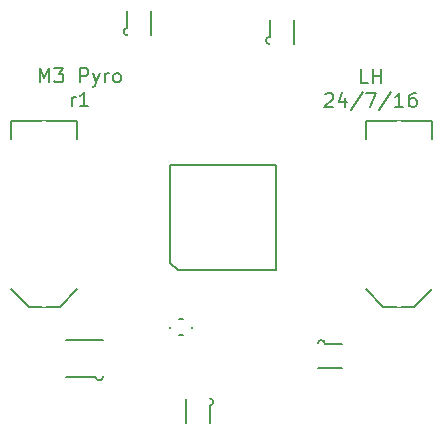
<source format=gto>
G04 #@! TF.FileFunction,Legend,Top*
%FSLAX46Y46*%
G04 Gerber Fmt 4.6, Leading zero omitted, Abs format (unit mm)*
G04 Created by KiCad (PCBNEW 4.1.0-alpha+201605071002+6776~44~ubuntu14.04.1-product) date Sun 24 Jul 2016 22:36:45 BST*
%MOMM*%
%LPD*%
G01*
G04 APERTURE LIST*
%ADD10C,0.100000*%
%ADD11C,0.200000*%
%ADD12C,0.150000*%
%ADD13R,2.920000X0.740000*%
%ADD14R,0.300000X1.500000*%
%ADD15R,1.500000X0.300000*%
%ADD16C,1.200000*%
%ADD17R,0.620000X0.620000*%
%ADD18R,0.325000X0.300000*%
%ADD19R,0.952000X0.615000*%
%ADD20R,0.650000X0.350000*%
%ADD21R,0.802000X0.802000*%
%ADD22R,0.950000X0.850000*%
%ADD23R,0.300000X0.325000*%
%ADD24R,0.615000X0.952000*%
G04 APERTURE END LIST*
D10*
D11*
X112402857Y-88962857D02*
X111831428Y-88962857D01*
X111831428Y-87762857D01*
X112802857Y-88962857D02*
X112802857Y-87762857D01*
X112802857Y-88334285D02*
X113488571Y-88334285D01*
X113488571Y-88962857D02*
X113488571Y-87762857D01*
X108774285Y-89877142D02*
X108831428Y-89820000D01*
X108945714Y-89762857D01*
X109231428Y-89762857D01*
X109345714Y-89820000D01*
X109402857Y-89877142D01*
X109460000Y-89991428D01*
X109460000Y-90105714D01*
X109402857Y-90277142D01*
X108717142Y-90962857D01*
X109460000Y-90962857D01*
X110488571Y-90162857D02*
X110488571Y-90962857D01*
X110202857Y-89705714D02*
X109917142Y-90562857D01*
X110660000Y-90562857D01*
X111974285Y-89705714D02*
X110945714Y-91248571D01*
X112260000Y-89762857D02*
X113060000Y-89762857D01*
X112545714Y-90962857D01*
X114374285Y-89705714D02*
X113345714Y-91248571D01*
X115402857Y-90962857D02*
X114717142Y-90962857D01*
X115060000Y-90962857D02*
X115060000Y-89762857D01*
X114945714Y-89934285D01*
X114831428Y-90048571D01*
X114717142Y-90105714D01*
X116431428Y-89762857D02*
X116202857Y-89762857D01*
X116088571Y-89820000D01*
X116031428Y-89877142D01*
X115917142Y-90048571D01*
X115860000Y-90277142D01*
X115860000Y-90734285D01*
X115917142Y-90848571D01*
X115974285Y-90905714D01*
X116088571Y-90962857D01*
X116317142Y-90962857D01*
X116431428Y-90905714D01*
X116488571Y-90848571D01*
X116545714Y-90734285D01*
X116545714Y-90448571D01*
X116488571Y-90334285D01*
X116431428Y-90277142D01*
X116317142Y-90220000D01*
X116088571Y-90220000D01*
X115974285Y-90277142D01*
X115917142Y-90334285D01*
X115860000Y-90448571D01*
X84600000Y-88872857D02*
X84600000Y-87672857D01*
X85000000Y-88530000D01*
X85400000Y-87672857D01*
X85400000Y-88872857D01*
X85857142Y-87672857D02*
X86600000Y-87672857D01*
X86200000Y-88130000D01*
X86371428Y-88130000D01*
X86485714Y-88187142D01*
X86542857Y-88244285D01*
X86600000Y-88358571D01*
X86600000Y-88644285D01*
X86542857Y-88758571D01*
X86485714Y-88815714D01*
X86371428Y-88872857D01*
X86028571Y-88872857D01*
X85914285Y-88815714D01*
X85857142Y-88758571D01*
X88028571Y-88872857D02*
X88028571Y-87672857D01*
X88485714Y-87672857D01*
X88600000Y-87730000D01*
X88657142Y-87787142D01*
X88714285Y-87901428D01*
X88714285Y-88072857D01*
X88657142Y-88187142D01*
X88600000Y-88244285D01*
X88485714Y-88301428D01*
X88028571Y-88301428D01*
X89114285Y-88072857D02*
X89400000Y-88872857D01*
X89685714Y-88072857D02*
X89400000Y-88872857D01*
X89285714Y-89158571D01*
X89228571Y-89215714D01*
X89114285Y-89272857D01*
X90142857Y-88872857D02*
X90142857Y-88072857D01*
X90142857Y-88301428D02*
X90200000Y-88187142D01*
X90257142Y-88130000D01*
X90371428Y-88072857D01*
X90485714Y-88072857D01*
X91057142Y-88872857D02*
X90942857Y-88815714D01*
X90885714Y-88758571D01*
X90828571Y-88644285D01*
X90828571Y-88301428D01*
X90885714Y-88187142D01*
X90942857Y-88130000D01*
X91057142Y-88072857D01*
X91228571Y-88072857D01*
X91342857Y-88130000D01*
X91400000Y-88187142D01*
X91457142Y-88301428D01*
X91457142Y-88644285D01*
X91400000Y-88758571D01*
X91342857Y-88815714D01*
X91228571Y-88872857D01*
X91057142Y-88872857D01*
X87342857Y-90872857D02*
X87342857Y-90072857D01*
X87342857Y-90301428D02*
X87400000Y-90187142D01*
X87457142Y-90130000D01*
X87571428Y-90072857D01*
X87685714Y-90072857D01*
X88714285Y-90872857D02*
X88028571Y-90872857D01*
X88371428Y-90872857D02*
X88371428Y-89672857D01*
X88257142Y-89844285D01*
X88142857Y-89958571D01*
X88028571Y-90015714D01*
D12*
X87785000Y-93635000D02*
X87785000Y-92135000D01*
X87785000Y-92135000D02*
X82215000Y-92135000D01*
X82215000Y-92135000D02*
X82215000Y-93635000D01*
X82215000Y-106365000D02*
X83715000Y-107865000D01*
X83715000Y-107865000D02*
X86285000Y-107865000D01*
X86285000Y-107865000D02*
X87785000Y-106365000D01*
X95679340Y-104139360D02*
X95679340Y-95839360D01*
X95679340Y-95839360D02*
X104579340Y-95839360D01*
X104579340Y-95839360D02*
X104579340Y-104739360D01*
X104579340Y-104739360D02*
X96279340Y-104739360D01*
X96279340Y-104739360D02*
X95679340Y-104139360D01*
X117785000Y-93635000D02*
X117785000Y-92135000D01*
X117785000Y-92135000D02*
X112215000Y-92135000D01*
X112215000Y-92135000D02*
X112215000Y-93635000D01*
X112215000Y-106365000D02*
X113715000Y-107865000D01*
X113715000Y-107865000D02*
X116285000Y-107865000D01*
X116285000Y-107865000D02*
X117785000Y-106365000D01*
X108756385Y-110994537D02*
X110206385Y-110994537D01*
X108156385Y-113044537D02*
X110206385Y-113044537D01*
X108756385Y-110994537D02*
G75*
G03X108156385Y-110994537I-300000J0D01*
G01*
X89354700Y-113800780D02*
X86854700Y-113800780D01*
X89954700Y-110700780D02*
X86854700Y-110700780D01*
X89354700Y-113800780D02*
G75*
G03X89954700Y-113800780I300000J0D01*
G01*
X95663180Y-109548460D02*
X95663180Y-109648460D01*
X96713180Y-108898460D02*
X96413180Y-108898460D01*
X97463180Y-109548460D02*
X97463180Y-109648460D01*
X96713180Y-110298460D02*
X96413180Y-110298460D01*
X104067500Y-85030720D02*
X104067500Y-83580720D01*
X106117500Y-85630720D02*
X106117500Y-83580720D01*
X104067500Y-85030720D02*
G75*
G03X104067500Y-85630720I0J-300000D01*
G01*
X92002500Y-84280560D02*
X92002500Y-82830560D01*
X94052500Y-84880560D02*
X94052500Y-82830560D01*
X92002500Y-84280560D02*
G75*
G03X92002500Y-84880560I0J-300000D01*
G01*
X99010178Y-116242808D02*
X99010178Y-117692808D01*
X96960178Y-115642808D02*
X96960178Y-117692808D01*
X99010178Y-116242808D02*
G75*
G03X99010178Y-115642808I0J300000D01*
G01*
%LPC*%
D13*
X83285000Y-94285000D03*
X86715000Y-94285000D03*
X83285000Y-95555000D03*
X86715000Y-95555000D03*
X83285000Y-96825000D03*
X86715000Y-96825000D03*
X83285000Y-98095000D03*
X86715000Y-98095000D03*
X83285000Y-99365000D03*
X86715000Y-99365000D03*
X83285000Y-100635000D03*
X86715000Y-100635000D03*
X83285000Y-101905000D03*
X86715000Y-101905000D03*
X83285000Y-103175000D03*
X86715000Y-103175000D03*
X83285000Y-104445000D03*
X86715000Y-104445000D03*
X83285000Y-105715000D03*
X86715000Y-105715000D03*
D14*
X96379340Y-105989360D03*
X96879340Y-105989360D03*
X97379340Y-105989360D03*
X97879340Y-105989360D03*
X98379340Y-105989360D03*
X98879340Y-105989360D03*
X99379340Y-105989360D03*
X99879340Y-105989360D03*
X100379340Y-105989360D03*
X100879340Y-105989360D03*
X101379340Y-105989360D03*
X101879340Y-105989360D03*
X102379340Y-105989360D03*
X102879340Y-105989360D03*
X103379340Y-105989360D03*
X103879340Y-105989360D03*
D15*
X105829340Y-104039360D03*
X105829340Y-103539360D03*
X105829340Y-103039360D03*
X105829340Y-102539360D03*
X105829340Y-102039360D03*
X105829340Y-101539360D03*
X105829340Y-101039360D03*
X105829340Y-100539360D03*
X105829340Y-100039360D03*
X105829340Y-99539360D03*
X105829340Y-99039360D03*
X105829340Y-98539360D03*
X105829340Y-98039360D03*
X105829340Y-97539360D03*
X105829340Y-97039360D03*
X105829340Y-96539360D03*
D14*
X103879340Y-94589360D03*
X103379340Y-94589360D03*
X102879340Y-94589360D03*
X102379340Y-94589360D03*
X101879340Y-94589360D03*
X101379340Y-94589360D03*
X100879340Y-94589360D03*
X100379340Y-94589360D03*
X99879340Y-94589360D03*
X99379340Y-94589360D03*
X98879340Y-94589360D03*
X98379340Y-94589360D03*
X97879340Y-94589360D03*
X97379340Y-94589360D03*
X96879340Y-94589360D03*
X96379340Y-94589360D03*
D15*
X94429340Y-96539360D03*
X94429340Y-97039360D03*
X94429340Y-97539360D03*
X94429340Y-98039360D03*
X94429340Y-98539360D03*
X94429340Y-99039360D03*
X94429340Y-99539360D03*
X94429340Y-100039360D03*
X94429340Y-100539360D03*
X94429340Y-101039360D03*
X94429340Y-101539360D03*
X94429340Y-102039360D03*
X94429340Y-102539360D03*
X94429340Y-103039360D03*
X94429340Y-103539360D03*
X94429340Y-104039360D03*
D13*
X113285000Y-94285000D03*
X116715000Y-94285000D03*
X113285000Y-95555000D03*
X116715000Y-95555000D03*
X113285000Y-96825000D03*
X116715000Y-96825000D03*
X113285000Y-98095000D03*
X116715000Y-98095000D03*
X113285000Y-99365000D03*
X116715000Y-99365000D03*
X113285000Y-100635000D03*
X116715000Y-100635000D03*
X113285000Y-101905000D03*
X116715000Y-101905000D03*
X113285000Y-103175000D03*
X116715000Y-103175000D03*
X113285000Y-104445000D03*
X116715000Y-104445000D03*
X113285000Y-105715000D03*
X116715000Y-105715000D03*
D16*
X115000000Y-107305000D03*
X115000000Y-92695000D03*
D17*
X105442600Y-92900500D03*
X106342600Y-92900500D03*
X94388940Y-111399740D03*
X94388940Y-110499740D03*
X96817600Y-89494360D03*
X95917600Y-89494360D03*
X104923485Y-114488837D03*
X104923485Y-113588837D03*
D18*
X108268885Y-111369537D03*
X108268885Y-112019537D03*
X108268885Y-112669537D03*
X110093885Y-112669537D03*
X110093885Y-112019537D03*
X110093885Y-111369537D03*
D19*
X109181385Y-112486037D03*
X109181385Y-111553037D03*
D17*
X103243380Y-109215340D03*
X103243380Y-108315340D03*
X92778580Y-105661880D03*
X92778580Y-104761880D03*
X107528360Y-101632600D03*
X107528360Y-102532600D03*
X94068480Y-107657900D03*
X94968480Y-107657900D03*
X95003620Y-83944460D03*
X95003620Y-83044460D03*
X94475300Y-85900260D03*
X94475300Y-86800260D03*
X104598365Y-112233317D03*
X104598365Y-111333317D03*
X93226040Y-85887560D03*
X92326040Y-85887560D03*
D20*
X89954700Y-113225780D03*
X89954700Y-112575780D03*
X89954700Y-111925780D03*
X89954700Y-111275780D03*
X86854700Y-111275780D03*
X86854700Y-111925780D03*
X86854700Y-112575780D03*
X86854700Y-113225780D03*
D21*
X88404700Y-112850780D03*
X88404700Y-111650780D03*
D17*
X107007660Y-84750480D03*
X107007660Y-83850480D03*
X96242720Y-107632500D03*
X97142720Y-107632500D03*
X94899480Y-91937420D03*
X94899480Y-92837420D03*
X104584500Y-109197560D03*
X104584500Y-108297560D03*
X96890840Y-92888220D03*
X96890840Y-91988220D03*
X107482640Y-96167360D03*
X107482640Y-95267360D03*
X91183460Y-111899280D03*
X91183460Y-112799280D03*
D16*
X85000000Y-107305000D03*
X85000000Y-92695000D03*
D17*
X99179380Y-108534620D03*
X99179380Y-107634620D03*
D22*
X97288180Y-109023460D03*
X95838180Y-109023460D03*
X95838180Y-110173460D03*
X97288180Y-110173460D03*
D17*
X105295700Y-89151460D03*
X104395700Y-89151460D03*
X97778778Y-112163748D03*
X98678778Y-112163748D03*
X107470360Y-88742520D03*
X106570360Y-88742520D03*
X107800140Y-87503000D03*
X107800140Y-86603000D03*
X95735140Y-86736340D03*
X95735140Y-85836340D03*
X95272218Y-113758868D03*
X95272218Y-114658868D03*
X105311360Y-87848440D03*
X104411360Y-87848440D03*
X105298660Y-86583520D03*
X104398660Y-86583520D03*
X106195605Y-114783057D03*
X107095605Y-114783057D03*
X106560620Y-86590300D03*
X106560620Y-87490300D03*
X95985958Y-116511808D03*
X95985958Y-117411808D03*
X109002305Y-114056617D03*
X109902305Y-114056617D03*
X93193020Y-87142320D03*
X92293020Y-87142320D03*
X97794018Y-113421048D03*
X98694018Y-113421048D03*
X105863285Y-112233317D03*
X105863285Y-111333317D03*
X96529518Y-114681308D03*
X96529518Y-113781308D03*
X107095605Y-113558777D03*
X106195605Y-113558777D03*
X97794018Y-114663108D03*
X98694018Y-114663108D03*
X107143445Y-112233317D03*
X107143445Y-111333317D03*
X108767880Y-100320260D03*
X108767880Y-99420260D03*
X107497880Y-99478680D03*
X107497880Y-100378680D03*
X95364720Y-88033860D03*
X94464720Y-88033860D03*
X95647718Y-112445688D03*
X96547718Y-112445688D03*
D23*
X104442500Y-85518220D03*
X105092500Y-85518220D03*
X105742500Y-85518220D03*
X105742500Y-83693220D03*
X105092500Y-83693220D03*
X104442500Y-83693220D03*
D24*
X105559000Y-84605720D03*
X104626000Y-84605720D03*
D23*
X92377500Y-84768060D03*
X93027500Y-84768060D03*
X93677500Y-84768060D03*
X93677500Y-82943060D03*
X93027500Y-82943060D03*
X92377500Y-82943060D03*
D24*
X93494000Y-83855560D03*
X92561000Y-83855560D03*
D23*
X98635178Y-115755308D03*
X97985178Y-115755308D03*
X97335178Y-115755308D03*
X97335178Y-117580308D03*
X97985178Y-117580308D03*
X98635178Y-117580308D03*
D24*
X97518678Y-116667808D03*
X98451678Y-116667808D03*
M02*

</source>
